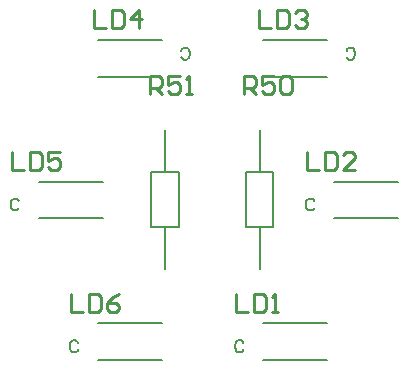
<source format=gbr>
%TF.GenerationSoftware,Altium Limited,Altium Designer,22.4.2 (48)*%
G04 Layer_Color=65535*
%FSLAX26Y26*%
%MOIN*%
%TF.SameCoordinates,B812F889-C0D6-4E0A-92BC-1FC44A6A00D5*%
%TF.FilePolarity,Positive*%
%TF.FileFunction,Legend,Top*%
%TF.Part,Single*%
G01*
G75*
%TA.AperFunction,NonConductor*%
%ADD16C,0.007874*%
%ADD17C,0.005906*%
%ADD18C,0.010000*%
D16*
X590552Y842520D02*
Y981300D01*
Y518700D02*
Y657480D01*
X544292D02*
X636812D01*
Y842520D01*
X544292D02*
X636812D01*
X544292Y657480D02*
Y842520D01*
X917322Y1281496D02*
X1129922D01*
X917322Y1159448D02*
X1129922D01*
X1153544Y687008D02*
X1366142D01*
X1153544Y809056D02*
X1366142D01*
X917322Y214568D02*
X1129922D01*
X917322Y336614D02*
X1129922D01*
X905512Y842520D02*
Y981300D01*
Y518700D02*
Y657480D01*
X859252D02*
X951772D01*
Y842520D01*
X859252D02*
X951772D01*
X859252Y657480D02*
Y842520D01*
X366142Y214568D02*
X578740D01*
X366142Y336614D02*
X578740D01*
X169292Y687008D02*
X381890D01*
X169292Y809056D02*
X381890D01*
X366142Y1281496D02*
X578740D01*
X366142Y1159448D02*
X578740D01*
D17*
X1195506Y1225483D02*
X1197381Y1221734D01*
X1201130Y1217985D01*
X1204878Y1216111D01*
X1212376D01*
X1216124Y1217985D01*
X1219873Y1221734D01*
X1221748Y1225483D01*
X1223622Y1231106D01*
Y1240477D01*
X1221748Y1246101D01*
X1219873Y1249849D01*
X1216124Y1253598D01*
X1212376Y1255472D01*
X1204878D01*
X1201130Y1253598D01*
X1197381Y1249849D01*
X1195506Y1246101D01*
X1087958Y743021D02*
X1086084Y746770D01*
X1082335Y750519D01*
X1078586Y752393D01*
X1071089D01*
X1067340Y750519D01*
X1063591Y746770D01*
X1061717Y743021D01*
X1059842Y737398D01*
Y728026D01*
X1061717Y722403D01*
X1063591Y718655D01*
X1067340Y714906D01*
X1071089Y713032D01*
X1078586D01*
X1082335Y714906D01*
X1086084Y718655D01*
X1087958Y722403D01*
X851737Y270580D02*
X849863Y274329D01*
X846114Y278078D01*
X842366Y279952D01*
X834868D01*
X831120Y278078D01*
X827371Y274329D01*
X825496Y270580D01*
X823622Y264957D01*
Y255585D01*
X825496Y249962D01*
X827371Y246214D01*
X831120Y242465D01*
X834868Y240591D01*
X842366D01*
X846114Y242465D01*
X849863Y246214D01*
X851737Y249962D01*
X300556Y270580D02*
X298682Y274329D01*
X294933Y278078D01*
X291185Y279952D01*
X283687D01*
X279938Y278078D01*
X276190Y274329D01*
X274315Y270580D01*
X272441Y264957D01*
Y255585D01*
X274315Y249962D01*
X276190Y246214D01*
X279938Y242465D01*
X283687Y240591D01*
X291185D01*
X294933Y242465D01*
X298682Y246214D01*
X300556Y249962D01*
X103706Y743021D02*
X101832Y746770D01*
X98083Y750519D01*
X94334Y752393D01*
X86837D01*
X83088Y750519D01*
X79339Y746770D01*
X77465Y743021D01*
X75591Y737398D01*
Y728026D01*
X77465Y722403D01*
X79339Y718655D01*
X83088Y714906D01*
X86837Y713032D01*
X94334D01*
X98083Y714906D01*
X101832Y718655D01*
X103706Y722403D01*
X644325Y1225483D02*
X646200Y1221734D01*
X649948Y1217985D01*
X653697Y1216111D01*
X661195D01*
X664943Y1217985D01*
X668692Y1221734D01*
X670567Y1225483D01*
X672441Y1231106D01*
Y1240477D01*
X670567Y1246101D01*
X668692Y1249849D01*
X664943Y1253598D01*
X661195Y1255472D01*
X653697D01*
X649948Y1253598D01*
X646200Y1249849D01*
X644325Y1246101D01*
D18*
X540000Y1101000D02*
Y1160981D01*
X569990D01*
X579987Y1150984D01*
Y1130990D01*
X569990Y1120994D01*
X540000D01*
X559994D02*
X579987Y1101000D01*
X639968Y1160981D02*
X599981D01*
Y1130990D01*
X619974Y1140987D01*
X629971D01*
X639968Y1130990D01*
Y1110997D01*
X629971Y1101000D01*
X609977D01*
X599981Y1110997D01*
X659961Y1101000D02*
X679955D01*
X669958D01*
Y1160981D01*
X659961Y1150984D01*
X854000Y1101000D02*
Y1160981D01*
X883990D01*
X893987Y1150984D01*
Y1130990D01*
X883990Y1120994D01*
X854000D01*
X873994D02*
X893987Y1101000D01*
X953968Y1160981D02*
X913981D01*
Y1130990D01*
X933974Y1140987D01*
X943971D01*
X953968Y1130990D01*
Y1110997D01*
X943971Y1101000D01*
X923977D01*
X913981Y1110997D01*
X973961Y1150984D02*
X983958Y1160981D01*
X1003952D01*
X1013948Y1150984D01*
Y1110997D01*
X1003952Y1101000D01*
X983958D01*
X973961Y1110997D01*
Y1150984D01*
X277000Y434981D02*
Y375000D01*
X316987D01*
X336981Y434981D02*
Y375000D01*
X366971D01*
X376968Y384997D01*
Y424984D01*
X366971Y434981D01*
X336981D01*
X436948D02*
X416955Y424984D01*
X396961Y404990D01*
Y384997D01*
X406958Y375000D01*
X426952D01*
X436948Y384997D01*
Y394993D01*
X426952Y404990D01*
X396961D01*
X80000Y907981D02*
Y848000D01*
X119987D01*
X139981Y907981D02*
Y848000D01*
X169971D01*
X179968Y857997D01*
Y897984D01*
X169971Y907981D01*
X139981D01*
X239948D02*
X199961D01*
Y877990D01*
X219955Y887987D01*
X229952D01*
X239948Y877990D01*
Y857997D01*
X229952Y848000D01*
X209958D01*
X199961Y857997D01*
X353000Y1379981D02*
Y1320000D01*
X392987D01*
X412981Y1379981D02*
Y1320000D01*
X442971D01*
X452968Y1329997D01*
Y1369984D01*
X442971Y1379981D01*
X412981D01*
X502952Y1320000D02*
Y1379981D01*
X472961Y1349990D01*
X512948D01*
X904000Y1379981D02*
Y1320000D01*
X943987D01*
X963981Y1379981D02*
Y1320000D01*
X993971D01*
X1003968Y1329997D01*
Y1369984D01*
X993971Y1379981D01*
X963981D01*
X1023961Y1369984D02*
X1033958Y1379981D01*
X1053951D01*
X1063948Y1369984D01*
Y1359987D01*
X1053951Y1349990D01*
X1043955D01*
X1053951D01*
X1063948Y1339994D01*
Y1329997D01*
X1053951Y1320000D01*
X1033958D01*
X1023961Y1329997D01*
X1064000Y907981D02*
Y848000D01*
X1103987D01*
X1123981Y907981D02*
Y848000D01*
X1153971D01*
X1163968Y857997D01*
Y897984D01*
X1153971Y907981D01*
X1123981D01*
X1223948Y848000D02*
X1183961D01*
X1223948Y887987D01*
Y897984D01*
X1213951Y907981D01*
X1193958D01*
X1183961Y897984D01*
X828000Y434981D02*
Y375000D01*
X867987D01*
X887981Y434981D02*
Y375000D01*
X917971D01*
X927968Y384997D01*
Y424984D01*
X917971Y434981D01*
X887981D01*
X947961Y375000D02*
X967955D01*
X957958D01*
Y434981D01*
X947961Y424984D01*
%TF.MD5,09867b1e8b98160c298870e299679afb*%
M02*

</source>
